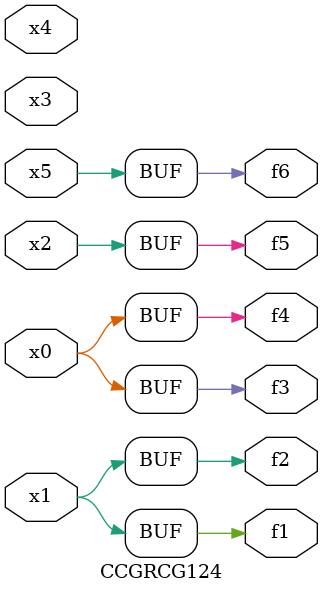
<source format=v>
module CCGRCG124(
	input x0, x1, x2, x3, x4, x5,
	output f1, f2, f3, f4, f5, f6
);
	assign f1 = x1;
	assign f2 = x1;
	assign f3 = x0;
	assign f4 = x0;
	assign f5 = x2;
	assign f6 = x5;
endmodule

</source>
